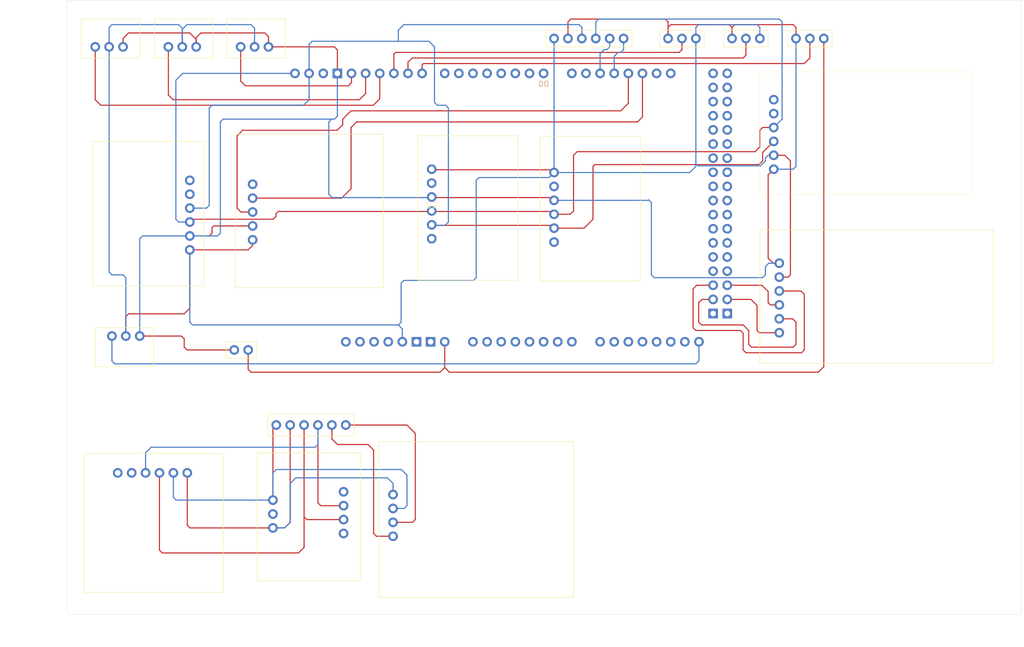
<source format=kicad_pcb>
(kicad_pcb (version 20240108) (generator "pcbnew") (generator_version "8.0")
  (layers (0 "F.Cu" signal) (31 "B.Cu" signal) (34 "B.Paste" user) (35 "F.Paste" user) (36 "B.SilkS" user "B.Silkscreen") (37 "F.SilkS" user "F.Silkscreen") (38 "B.Mask" user) (39 "F.Mask" user) (44 "Edge.Cuts" user))
  (net 0 "")
  (net 2 "Net-(A1-D53_CS)")
  (net 12 "Net-(U9-DATA)")
  (net 18 "Net-(U19-DATA)")
  (net 19 "Net-(A1-D17{slash}RX2)")
  (net 20 "Net-(U10-Vin)")
  (net 30 "Net-(U1-OUT)")
  (net 31 "Net-(A1-D16{slash}TX2)")
  (net 38 "Net-(U13-SCL)")
  (net 42 "Net-(A1-D50_MISO)")
  (net 48 "Net-(A1-D51_MOSI)")
  (net 55 "Net-(A1-D18{slash}TX1)")
  (net 56 "Net-(U20-DATA)")
  (net 66 "Net-(U13-SDA)")
  (net 73 "Net-(A1-PadD9)")
  (net 75 "Net-(A1-PadD10)")
  (net 77 "Net-(A1-D52_SCK)")
  (net 78 "Net-(A1-PadD8)")
  (net 80 "Net-(A1-D19{slash}RX1)")
  (net 81 "Net-(U10-DATA)")
  (net 90 "Net-(U5-SCL)")
  (net 91 "Net-(U5-VCC)")
  (net 93 "Net-(U5-GND)")
  (net 95 "Net-(U5-SDA)")
  (net 99 "Net-(U8-DOUT)")
  (net 100 "Net-(U8-DIN)")
  (net 103 "Net-(U10-GND)")
  (net 106 "Net-(U11-GND)")
  (footprint "TAFLab-Footprint-Library:XBeeBreakout" (layer "F.Cu") (at 97.05 128)
    (property "Reference" "U8" (hide yes))
    (property "Value" "~" (hide yes))
  )
  (footprint "PCM_arduino-library:Arduino_Mega2560_R3_Shield" (layer "F.Cu") (at 60.619 93.069237)
    (property "Reference" "A1" (hide yes))
    (property "Value" "Arduino_Mega2560_R3_Shield" (hide yes))
  )
  (footprint "TAFLab-Footprint-Library:INA219_BatteryPowerSensor" (layer "F.Cu") (at 60.5 57 180)
    (property "Reference" "U4" (hide yes))
    (property "Value" "~" (hide yes))
  )
  (footprint "TAFLab-Footprint-Library:DS18B20_Water_Temp_Sensor" (layer "F.Cu") (at 67.65 35.5 90)
    (property "Reference" "U20" (hide yes))
    (property "Value" "~" (hide yes))
  )
  (footprint "TAFLab-Footprint-Library:BME280_PHT" (layer "F.Cu") (at 50.05 100.6 -90)
    (property "Reference" "U6" (hide yes))
    (property "Value" "~" (hide yes))
  )
  (footprint "TAFLab-Footprint-Library:HW038_WaterLevelSensor" (layer "F.Cu") (at 36.5 90 -90)
    (property "Reference" "U9" (hide yes))
    (property "Value" "~" (hide yes))
  )
  (footprint "TAFLab-Footprint-Library:Top_Boat_PCB" (layer "F.Cu") (at 81.05 110.5)
    (property "Reference" "U12" (hide yes))
    (property "Value" "~" (hide yes))
  )
  (footprint "TAFLab-Footprint-Library:DS18B20_Water_Temp_Sensor" (layer "F.Cu") (at 54.5 35.5 90)
    (property "Reference" "U10" (hide yes))
    (property "Value" "~" (hide yes))
  )
  (footprint "TAFLab-Footprint-Library:VinArduinoConnector" (layer "F.Cu") (at 61 92 -90)
    (property "Reference" "U15" (hide yes))
    (property "Value" "~" (hide yes))
  )
  (footprint "TAFLab-Footprint-Library:MPU6050_IMU_Accelerometer" (layer "F.Cu") (at 125.5 76.1)
    (property "Reference" "U3" (hide yes))
    (property "Value" "~" (hide yes))
  )
  (footprint "TAFLab-Footprint-Library:DS18B20_Water_Temp_Sensor" (layer "F.Cu") (at 80.65 35.5 90)
    (property "Reference" "U19" (hide yes))
    (property "Value" "~" (hide yes))
  )
  (footprint "TAFLab-Footprint-Library:ActuatorConnector" (layer "F.Cu") (at 148 36 -90)
    (property "Reference" "U17" (hide yes))
    (property "Value" "~" (hide yes))
  )
  (footprint "TAFLab-Footprint-Library:SailWireConnector" (layer "F.Cu") (at 151 36 90)
    (property "Reference" "U18" (hide yes))
    (property "Value" "~" (hide yes))
  )
  (footprint "TAFLab-Footprint-Library:Micro_SD_Module" (layer "F.Cu") (at 166.5 96.4)
    (property "Reference" "U11" (hide yes))
    (property "Value" "~" (hide yes))
  )
  (footprint "TAFLab-Footprint-Library:HW84_DS3231_CLK_Module" (layer "F.Cu") (at 165.5 62)
    (property "Reference" "U13" (hide yes))
    (property "Value" "~" (hide yes))
  )
  (footprint "TAFLab-Footprint-Library:AS5600_Magnetic_Encoder_Windvane" (layer "F.Cu") (at 69.15 129)
    (property "Reference" "U5" (hide yes))
    (property "Value" "~" (hide yes))
  )
  (footprint "TAFLab-Footprint-Library:ActuatorConnector" (layer "F.Cu") (at 159.5 36 -90)
    (property "Reference" "U16" (hide yes))
    (property "Value" "~" (hide yes))
  )
  (footprint "TAFLab-Footprint-Library:LIS3MDL_Magnometer" (layer "F.Cu") (at 104 66.5)
    (property "Reference" "U2")
    (property "Value" "~")
  )
  (footprint "TAFLab-Footprint-Library:ActuatorConnector" (layer "F.Cu") (at 136.5 36 -90)
    (property "Reference" "U14" (hide yes))
    (property "Value" "~" (hide yes))
  )
  (footprint "TAFLab-Footprint-Library:GT-U7_GPS" (layer "F.Cu") (at 71.8 77.2)
    (property "Reference" "U7" (hide yes))
    (property "Value" "~" (hide yes))
  )
  (gr_rect (start 38.5 29.1) (end 210 139.5) (stroke (width 0.05)) (fill none) (layer "Edge.Cuts"))
  (segment (start 162.5 84) (end 161.409237 82.909237) (width 0.2) (layer "F.Cu") (net 2))
  (segment (start 162.9 88.9) (end 162.5 88.5) (width 0.2) (layer "F.Cu") (net 2))
  (segment (start 166.5 88.9) (end 162.9 88.9) (width 0.2) (layer "F.Cu") (net 2))
  (segment (start 162.5 88.5) (end 162.5 84) (width 0.2) (layer "F.Cu") (net 2))
  (segment (start 161.409237 82.909237) (end 157.139 82.909237) (width 0.2) (layer "F.Cu") (net 2))
  (segment (start 152.059 90.529237) (end 152.059 93.941) (width 0.2) (layer "B.Cu") (net 12))
  (segment (start 46.5 94) (end 46.5 89.5) (width 0.2) (layer "B.Cu") (net 12))
  (segment (start 151.5 94.5) (end 47 94.5) (width 0.2) (layer "B.Cu") (net 12))
  (segment (start 152.059 93.941) (end 151.5 94.5) (width 0.2) (layer "B.Cu") (net 12))
  (segment (start 47 94.5) (end 46.5 94) (width 0.2) (layer "B.Cu") (net 12))
  (segment (start 89 44.5) (end 89.575 43.925) (width 0.2) (layer "F.Cu") (net 18))
  (segment (start 70.5 44.5) (end 89 44.5) (width 0.2) (layer "F.Cu") (net 18))
  (segment (start 89.575 43.925) (end 89.575 42.269237) (width 0.2) (layer "F.Cu") (net 18))
  (segment (start 69.65 37.5) (end 69.65 43.65) (width 0.2) (layer "F.Cu") (net 18))
  (segment (start 69.65 43.65) (end 70.5 44.5) (width 0.2) (layer "F.Cu") (net 18))
  (segment (start 138.5 36) (end 138.5 38) (width 0.2) (layer "B.Cu") (net 19))
  (segment (start 136.819 39.181) (end 136.819 42.269237) (width 0.2) (layer "B.Cu") (net 19))
  (segment (start 138 38.5) (end 137.5 38.5) (width 0.2) (layer "B.Cu") (net 19))
  (segment (start 137.5 38.5) (end 136.819 39.181) (width 0.2) (layer "B.Cu") (net 19))
  (segment (start 138.5 38) (end 138 38.5) (width 0.2) (layer "B.Cu") (net 19))
  (segment (start 168.5 58) (end 167.5 57) (width 0.2) (layer "F.Cu") (net 20))
  (segment (start 168.5 78.5) (end 168.5 58) (width 0.2) (layer "F.Cu") (net 20))
  (segment (start 49 86) (end 49.5 85.5) (width 0.2) (layer "F.Cu") (net 20))
  (segment (start 71 74) (end 71.8 73.2) (width 0.2) (layer "F.Cu") (net 20))
  (segment (start 60.5 74) (end 71 74) (width 0.2) (layer "F.Cu") (net 20))
  (segment (start 166.5 78.9) (end 168.1 78.9) (width 0.2) (layer "F.Cu") (net 20))
  (segment (start 49 89.5) (end 49 86) (width 0.2) (layer "F.Cu") (net 20))
  (segment (start 168.1 78.9) (end 168.5 78.5) (width 0.2) (layer "F.Cu") (net 20))
  (segment (start 125.5 59.6) (end 126 60.1) (width 0.2) (layer "F.Cu") (net 20))
  (segment (start 60.5 84.5) (end 60.5 74) (width 0.2) (layer "F.Cu") (net 20))
  (segment (start 49.5 85.5) (end 59.5 85.5) (width 0.2) (layer "F.Cu") (net 20))
  (segment (start 71.8 73.2) (end 71.8 72.2) (width 0.2) (layer "F.Cu") (net 20))
  (segment (start 59.5 85.5) (end 60.5 84.5) (width 0.2) (layer "F.Cu") (net 20))
  (segment (start 167.5 57) (end 165.5 57) (width 0.2) (layer "F.Cu") (net 20))
  (segment (start 104 59.6) (end 125.5 59.6) (width 0.2) (layer "F.Cu") (net 20))
  (segment (start 152 33.5) (end 162.5 33.5) (width 0.2) (layer "B.Cu") (net 20))
  (segment (start 164.5 57) (end 164 57.5) (width 0.2) (layer "B.Cu") (net 20))
  (segment (start 151.5 36) (end 151.5 34) (width 0.2) (layer "B.Cu") (net 20))
  (segment (start 151.5 58.5) (end 151.5 59) (width 0.2) (layer "B.Cu") (net 20))
  (segment (start 46.5 78.5) (end 48.5 78.5) (width 0.2) (layer "B.Cu") (net 20))
  (segment (start 151.5 34) (end 152 33.5) (width 0.2) (layer "B.Cu") (net 20))
  (segment (start 112 79) (end 111.5 79.5) (width 0.2) (layer "B.Cu") (net 20))
  (segment (start 49 79) (end 49 89.5) (width 0.2) (layer "B.Cu") (net 20))
  (segment (start 46 37.5) (end 46 78) (width 0.2) (layer "B.Cu") (net 20))
  (segment (start 98.719 88.219) (end 98.719 90.529237) (width 0.2) (layer "B.Cu") (net 20))
  (segment (start 162.5 33.5) (end 163 34) (width 0.2) (layer "B.Cu") (net 20))
  (segment (start 59.15 34.15) (end 58.5 33.5) (width 0.2) (layer "B.Cu") (net 20))
  (segment (start 165.5 57) (end 164.5 57) (width 0.2) (layer "B.Cu") (net 20))
  (segment (start 125.1 61) (end 112.5 61) (width 0.2) (layer "B.Cu") (net 20))
  (segment (start 71.5 33.5) (end 60 33.5) (width 0.2) (layer "B.Cu") (net 20))
  (segment (start 163 34) (end 163 36) (width 0.2) (layer "B.Cu") (net 20))
  (segment (start 151.885637 58.885637) (end 151.5 58.5) (width 0.2) (layer "B.Cu") (net 20))
  (segment (start 72.15 34.15) (end 71.5 33.5) (width 0.2) (layer "B.Cu") (net 20))
  (segment (start 46 34) (end 46 37.5) (width 0.2) (layer "B.Cu") (net 20))
  (segment (start 111.5 79.5) (end 99 79.5) (width 0.2) (layer "B.Cu") (net 20))
  (segment (start 59.15 34.35) (end 59.15 37.5) (width 0.2) (layer "B.Cu") (net 20))
  (segment (start 151.5 36) (end 151.5 58.5) (width 0.2) (layer "B.Cu") (net 20))
  (segment (start 164 57.5) (end 164 58) (width 0.2) (layer "B.Cu") (net 20))
  (segment (start 150.4 60.1) (end 126 60.1) (width 0.2) (layer "B.Cu") (net 20))
  (segment (start 99 79.5) (end 98.5 80) (width 0.2) (layer "B.Cu") (net 20))
  (segment (start 72.15 37.5) (end 72.15 34.15) (width 0.2) (layer "B.Cu") (net 20))
  (segment (start 151.5 59) (end 150.4 60.1) (width 0.2) (layer "B.Cu") (net 20))
  (segment (start 112 61.5) (end 112 79) (width 0.2) (layer "B.Cu") (net 20))
  (segment (start 126 60.1) (end 125.1 61) (width 0.2) (layer "B.Cu") (net 20))
  (segment (start 58.5 33.5) (end 46.5 33.5) (width 0.2) (layer "B.Cu") (net 20))
  (segment (start 98.5 87) (end 98 87.5) (width 0.2) (layer "B.Cu") (net 20))
  (segment (start 60 33.5) (end 59.15 34.35) (width 0.2) (layer "B.Cu") (net 20))
  (segment (start 46.5 33.5) (end 46 34) (width 0.2) (layer "B.Cu") (net 20))
  (segment (start 60.5 74) (end 60.5 87) (width 0.2) (layer "B.Cu") (net 20))
  (segment (start 98.5 80) (end 98.5 87) (width 0.2) (layer "B.Cu") (net 20))
  (segment (start 59.15 37.5) (end 59.15 34.15) (width 0.2) (layer "B.Cu") (net 20))
  (segment (start 46 78) (end 46.5 78.5) (width 0.2) (layer "B.Cu") (net 20))
  (segment (start 60.5 87) (end 61 87.5) (width 0.2) (layer "B.Cu") (net 20))
  (segment (start 48.5 78.5) (end 49 79) (width 0.2) (layer "B.Cu") (net 20))
  (segment (start 98 87.5) (end 98.719 88.219) (width 0.2) (layer "B.Cu") (net 20))
  (segment (start 112.5 61) (end 112 61.5) (width 0.2) (layer "B.Cu") (net 20))
  (segment (start 61 87.5) (end 98 87.5) (width 0.2) (layer "B.Cu") (net 20))
  (segment (start 164 58) (end 163.114363 58.885637) (width 0.2) (layer "B.Cu") (net 20))
  (segment (start 163.114363 58.885637) (end 151.885637 58.885637) (width 0.2) (layer "B.Cu") (net 20))
  (segment (start 126 36) (end 126 60.1) (width 0.2) (layer "B.Cu") (net 20))
  (segment (start 105.5 96) (end 106.339 95.161) (width 0.2) (layer "F.Cu") (net 30))
  (segment (start 107.178 96) (end 106.339 95.161) (width 0.2) (layer "F.Cu") (net 30))
  (segment (start 174.5 95) (end 173.5 96) (width 0.2) (layer "F.Cu") (net 30))
  (segment (start 173.5 96) (end 107.178 96) (width 0.2) (layer "F.Cu") (net 30))
  (segment (start 106.339 95.161) (end 106.339 90.529237) (width 0.2) (layer "F.Cu") (net 30))
  (segment (start 71 95.5) (end 71.5 96) (width 0.2) (layer "F.Cu") (net 30))
  (segment (start 174.5 36) (end 174.5 95) (width 0.2) (layer "F.Cu") (net 30))
  (segment (start 71.5 96) (end 105.5 96) (width 0.2) (layer "F.Cu") (net 30))
  (segment (start 71 92) (end 71 95.5) (width 0.2) (layer "F.Cu") (net 30))
  (segment (start 136 36) (end 136 37.5) (width 0.2) (layer "B.Cu") (net 31))
  (segment (start 134.279 38.721) (end 134.279 42.269237) (width 0.2) (layer "B.Cu") (net 31))
  (segment (start 136 37.5) (end 135.5 38) (width 0.2) (layer "B.Cu") (net 31))
  (segment (start 135 38) (end 134.279 38.721) (width 0.2) (layer "B.Cu") (net 31))
  (segment (start 135.5 38) (end 135 38) (width 0.2) (layer "B.Cu") (net 31))
  (segment (start 129.5 67) (end 128.9 67.6) (width 0.2) (layer "F.Cu") (net 38))
  (segment (start 125.5 67.1) (end 126 67.6) (width 0.2) (layer "F.Cu") (net 38))
  (segment (start 129.5 57) (end 129.5 67) (width 0.2) (layer "F.Cu") (net 38))
  (segment (start 162.154363 56.345637) (end 130.154363 56.345637) (width 0.2) (layer "F.Cu") (net 38))
  (segment (start 163 55.5) (end 162.154363 56.345637) (width 0.2) (layer "F.Cu") (net 38))
  (segment (start 165.5 52) (end 163.5 52) (width 0.2) (layer "F.Cu") (net 38))
  (segment (start 76.4 67.1) (end 76 67.5) (width 0.2) (layer "F.Cu") (net 38))
  (segment (start 130.154363 56.345637) (end 129.5 57) (width 0.2) (layer "F.Cu") (net 38))
  (segment (start 75.5 68.5) (end 61 68.5) (width 0.2) (layer "F.Cu") (net 38))
  (segment (start 104 67.1) (end 76.4 67.1) (width 0.2) (layer "F.Cu") (net 38))
  (segment (start 104 67.1) (end 125.5 67.1) (width 0.2) (layer "F.Cu") (net 38))
  (segment (start 163.5 52) (end 163 52.5) (width 0.2) (layer "F.Cu") (net 38))
  (segment (start 128.9 67.6) (end 126 67.6) (width 0.2) (layer "F.Cu") (net 38))
  (segment (start 76 68) (end 75.5 68.5) (width 0.2) (layer "F.Cu") (net 38))
  (segment (start 61 68.5) (end 60.5 69) (width 0.2) (layer "F.Cu") (net 38))
  (segment (start 76 67.5) (end 76 68) (width 0.2) (layer "F.Cu") (net 38))
  (segment (start 163 52.5) (end 163 55.5) (width 0.2) (layer "F.Cu") (net 38))
  (segment (start 167 50.5) (end 165.5 52) (width 0.2) (layer "B.Cu") (net 38))
  (segment (start 58.5 69) (end 58 68.5) (width 0.2) (layer "B.Cu") (net 38))
  (segment (start 60.5 69) (end 58.5 69) (width 0.2) (layer "B.Cu") (net 38))
  (segment (start 167 33) (end 167 50.5) (width 0.2) (layer "B.Cu") (net 38))
  (segment (start 58 68.5) (end 58 43.5) (width 0.2) (layer "B.Cu") (net 38))
  (segment (start 133.5 33) (end 134 32.5) (width 0.2) (layer "B.Cu") (net 38))
  (segment (start 59.230763 42.269237) (end 79.415 42.269237) (width 0.2) (layer "B.Cu") (net 38))
  (segment (start 133.5 36) (end 133.5 33) (width 0.2) (layer "B.Cu") (net 38))
  (segment (start 166.5 32.5) (end 167 33) (width 0.2) (layer "B.Cu") (net 38))
  (segment (start 58 43.5) (end 59.230763 42.269237) (width 0.2) (layer "B.Cu") (net 38))
  (segment (start 134 32.5) (end 166.5 32.5) (width 0.2) (layer "B.Cu") (net 38))
  (segment (start 151 88) (end 151 81) (width 0.2) (layer "F.Cu") (net 42))
  (segment (start 171 92) (end 170.5 92.5) (width 0.2) (layer "F.Cu") (net 42))
  (segment (start 170.4 81.4) (end 171 82) (width 0.2) (layer "F.Cu") (net 42))
  (segment (start 151.5 88.5) (end 151 88) (width 0.2) (layer "F.Cu") (net 42))
  (segment (start 151 81) (end 151.630763 80.369237) (width 0.2) (layer "F.Cu") (net 42))
  (segment (start 151.630763 80.369237) (end 154.599 80.369237) (width 0.2) (layer "F.Cu") (net 42))
  (segment (start 171 82) (end 171 92) (width 0.2) (layer "F.Cu") (net 42))
  (segment (start 166.5 81.4) (end 170.4 81.4) (width 0.2) (layer "F.Cu") (net 42))
  (segment (start 160.5 92.5) (end 160 92) (width 0.2) (layer "F.Cu") (net 42))
  (segment (start 160 92) (end 160 89) (width 0.2) (layer "F.Cu") (net 42))
  (segment (start 160 89) (end 159.5 88.5) (width 0.2) (layer "F.Cu") (net 42))
  (segment (start 159.5 88.5) (end 151.5 88.5) (width 0.2) (layer "F.Cu") (net 42))
  (segment (start 170.5 92.5) (end 160.5 92.5) (width 0.2) (layer "F.Cu") (net 42))
  (segment (start 164.5 83.5) (end 164.5 81.5) (width 0.2) (layer "F.Cu") (net 48))
  (segment (start 164.5 81.5) (end 163.369237 80.369237) (width 0.2) (layer "F.Cu") (net 48))
  (segment (start 163.369237 80.369237) (end 157.139 80.369237) (width 0.2) (layer "F.Cu") (net 48))
  (segment (start 166.5 83.9) (end 164.9 83.9) (width 0.2) (layer "F.Cu") (net 48))
  (segment (start 164.9 83.9) (end 164.5 83.5) (width 0.2) (layer "F.Cu") (net 48))
  (segment (start 139.359 47.641) (end 139.359 42.269237) (width 0.2) (layer "F.Cu") (net 55))
  (segment (start 69 66.5) (end 69 53.5) (width 0.2) (layer "F.Cu") (net 55))
  (segment (start 88 50.5) (end 89.5 49) (width 0.2) (layer "F.Cu") (net 55))
  (segment (start 88 51.5) (end 88 50.5) (width 0.2) (layer "F.Cu") (net 55))
  (segment (start 69 53.5) (end 70 52.5) (width 0.2) (layer "F.Cu") (net 55))
  (segment (start 69.7 67.2) (end 69 66.5) (width 0.2) (layer "F.Cu") (net 55))
  (segment (start 138 49) (end 139.359 47.641) (width 0.2) (layer "F.Cu") (net 55))
  (segment (start 89.5 49) (end 138 49) (width 0.2) (layer "F.Cu") (net 55))
  (segment (start 87 52.5) (end 88 51.5) (width 0.2) (layer "F.Cu") (net 55))
  (segment (start 71.8 67.2) (end 69.7 67.2) (width 0.2) (layer "F.Cu") (net 55))
  (segment (start 70 52.5) (end 87 52.5) (width 0.2) (layer "F.Cu") (net 55))
  (segment (start 57.5 47) (end 91 47) (width 0.2) (layer "F.Cu") (net 56))
  (segment (start 56.65 46.15) (end 57.5 47) (width 0.2) (layer "F.Cu") (net 56))
  (segment (start 56.65 37.5) (end 56.65 46.15) (width 0.2) (layer "F.Cu") (net 56))
  (segment (start 92.115 45.885) (end 92.115 42.269237) (width 0.2) (layer "F.Cu") (net 56))
  (segment (start 91 47) (end 92.115 45.885) (width 0.2) (layer "F.Cu") (net 56))
  (segment (start 104 69.6) (end 125.5 69.6) (width 0.2) (layer "F.Cu") (net 66))
  (segment (start 133 59) (end 133 68.5) (width 0.2) (layer "F.Cu") (net 66))
  (segment (start 163.5 58) (end 162.827163 58.672837) (width 0.2) (layer "F.Cu") (net 66))
  (segment (start 125.5 69.6) (end 126 70.1) (width 0.2) (layer "F.Cu") (net 66))
  (segment (start 163.5 56.5) (end 163.5 58) (width 0.2) (layer "F.Cu") (net 66))
  (segment (start 133 68.5) (end 131.4 70.1) (width 0.2) (layer "F.Cu") (net 66))
  (segment (start 133.327163 58.672837) (end 133 59) (width 0.2) (layer "F.Cu") (net 66))
  (segment (start 131.4 70.1) (end 126 70.1) (width 0.2) (layer "F.Cu") (net 66))
  (segment (start 162.827163 58.672837) (end 133.327163 58.672837) (width 0.2) (layer "F.Cu") (net 66))
  (segment (start 165.5 54.5) (end 163.5 56.5) (width 0.2) (layer "F.Cu") (net 66))
  (segment (start 104.5 47.5) (end 104.5 37.5) (width 0.2) (layer "B.Cu") (net 66))
  (segment (start 63.5 66.5) (end 64 66) (width 0.2) (layer "B.Cu") (net 66))
  (segment (start 104 69.6) (end 106.4 69.6) (width 0.2) (layer "B.Cu") (net 66))
  (segment (start 99 33.5) (end 98 34.5) (width 0.2) (layer "B.Cu") (net 66))
  (segment (start 82.5 36.5) (end 81.955 37.045) (width 0.2) (layer "B.Cu") (net 66))
  (segment (start 106.5 48) (end 105 48) (width 0.2) (layer "B.Cu") (net 66))
  (segment (start 64 48.5) (end 64.5 48) (width 0.2) (layer "B.Cu") (net 66))
  (segment (start 98 36.5) (end 82.5 36.5) (width 0.2) (layer "B.Cu") (net 66))
  (segment (start 103.5 36.5) (end 98 36.5) (width 0.2) (layer "B.Cu") (net 66))
  (segment (start 64 66) (end 64 48.5) (width 0.2) (layer "B.Cu") (net 66))
  (segment (start 60.5 66.5) (end 63.5 66.5) (width 0.2) (layer "B.Cu") (net 66))
  (segment (start 80.954602 48) (end 81.955 46.999602) (width 0.2) (layer "B.Cu") (net 66))
  (segment (start 131 36) (end 131 34) (width 0.2) (layer "B.Cu") (net 66))
  (segment (start 130.5 33.5) (end 99 33.5) (width 0.2) (layer "B.Cu") (net 66))
  (segment (start 81.955 46.999602) (end 81.955 42.269237) (width 0.2) (layer "B.Cu") (net 66))
  (segment (start 98 34.5) (end 98 36.5) (width 0.2) (layer "B.Cu") (net 66))
  (segment (start 64.5 48) (end 80.954602 48) (width 0.2) (layer "B.Cu") (net 66))
  (segment (start 107 48.5) (end 106.5 48) (width 0.2) (layer "B.Cu") (net 66))
  (segment (start 104.5 37.5) (end 103.5 36.5) (width 0.2) (layer "B.Cu") (net 66))
  (segment (start 105 48) (end 104.5 47.5) (width 0.2) (layer "B.Cu") (net 66))
  (segment (start 81.955 37.045) (end 81.955 42.269237) (width 0.2) (layer "B.Cu") (net 66))
  (segment (start 106.4 69.6) (end 107 69) (width 0.2) (layer "B.Cu") (net 66))
  (segment (start 131 34) (end 130.5 33.5) (width 0.2) (layer "B.Cu") (net 66))
  (segment (start 107 69) (end 107 48.5) (width 0.2) (layer "B.Cu") (net 66))
  (segment (start 160 39.5) (end 100.5 39.5) (width 0.2) (layer "F.Cu") (net 73))
  (segment (start 99.735 40.265) (end 99.735 42.269237) (width 0.2) (layer "F.Cu") (net 73))
  (segment (start 160.5 36) (end 160.5 39) (width 0.2) (layer "F.Cu") (net 73))
  (segment (start 160.5 39) (end 160 39.5) (width 0.2) (layer "F.Cu") (net 73))
  (segment (start 100.5 39.5) (end 99.735 40.265) (width 0.2) (layer "F.Cu") (net 73))
  (segment (start 97.5 38.5) (end 97.195 38.805) (width 0.2) (layer "F.Cu") (net 75))
  (segment (start 97.195 38.805) (end 97.195 42.269237) (width 0.2) (layer "F.Cu") (net 75))
  (segment (start 149 38) (end 148.5 38.5) (width 0.2) (layer "F.Cu") (net 75))
  (segment (start 148.5 38.5) (end 97.5 38.5) (width 0.2) (layer "F.Cu") (net 75))
  (segment (start 149 36) (end 149 38) (width 0.2) (layer "F.Cu") (net 75))
  (segment (start 169 91.5) (end 169.5 91) (width 0.2) (layer "F.Cu") (net 77))
  (segment (start 161 88.5) (end 161 91) (width 0.2) (layer "F.Cu") (net 77))
  (segment (start 154.599 82.909237) (end 152.590763 82.909237) (width 0.2) (layer "F.Cu") (net 77))
  (segment (start 161 91) (end 161.5 91.5) (width 0.2) (layer "F.Cu") (net 77))
  (segment (start 161.5 91.5) (end 169 91.5) (width 0.2) (layer "F.Cu") (net 77))
  (segment (start 152.5 87.5) (end 160 87.5) (width 0.2) (layer "F.Cu") (net 77))
  (segment (start 169.5 91) (end 169.5 87) (width 0.2) (layer "F.Cu") (net 77))
  (segment (start 169.5 87) (end 168.9 86.4) (width 0.2) (layer "F.Cu") (net 77))
  (segment (start 152 83.5) (end 152 87) (width 0.2) (layer "F.Cu") (net 77))
  (segment (start 160 87.5) (end 161 88.5) (width 0.2) (layer "F.Cu") (net 77))
  (segment (start 168.9 86.4) (end 166.5 86.4) (width 0.2) (layer "F.Cu") (net 77))
  (segment (start 152 87) (end 152.5 87.5) (width 0.2) (layer "F.Cu") (net 77))
  (segment (start 152.590763 82.909237) (end 152 83.5) (width 0.2) (layer "F.Cu") (net 77))
  (segment (start 172 36) (end 172 39.5) (width 0.2) (layer "F.Cu") (net 78))
  (segment (start 102.5 40.5) (end 102.275 40.725) (width 0.2) (layer "F.Cu") (net 78))
  (segment (start 102.275 40.725) (end 102.275 42.269237) (width 0.2) (layer "F.Cu") (net 78))
  (segment (start 172 39.5) (end 171 40.5) (width 0.2) (layer "F.Cu") (net 78))
  (segment (start 171 40.5) (end 102.5 40.5) (width 0.2) (layer "F.Cu") (net 78))
  (segment (start 141.899 50.101) (end 141 51) (width 0.2) (layer "F.Cu") (net 80))
  (segment (start 87.8 64.7) (end 71.8 64.7) (width 0.2) (layer "F.Cu") (net 80))
  (segment (start 141 51) (end 90.5 51) (width 0.2) (layer "F.Cu") (net 80))
  (segment (start 141.899 42.269237) (end 141.899 50.101) (width 0.2) (layer "F.Cu") (net 80))
  (segment (start 89.5 63) (end 87.8 64.7) (width 0.2) (layer "F.Cu") (net 80))
  (segment (start 90.5 51) (end 89.5 52) (width 0.2) (layer "F.Cu") (net 80))
  (segment (start 89.5 52) (end 89.5 63) (width 0.2) (layer "F.Cu") (net 80))
  (segment (start 43.5 37.5) (end 43.5 47) (width 0.2) (layer "F.Cu") (net 81))
  (segment (start 44.5 48) (end 93.5 48) (width 0.2) (layer "F.Cu") (net 81))
  (segment (start 43.5 47) (end 44.5 48) (width 0.2) (layer "F.Cu") (net 81))
  (segment (start 93.5 48) (end 94.655 46.845) (width 0.2) (layer "F.Cu") (net 81))
  (segment (start 94.655 46.845) (end 94.655 42.269237) (width 0.2) (layer "F.Cu") (net 81))
  (segment (start 83.55 119.5) (end 83.55 105.5) (width 0.2) (layer "F.Cu") (net 90))
  (segment (start 84.05 120) (end 83.55 119.5) (width 0.2) (layer "F.Cu") (net 90))
  (segment (start 88.15 120) (end 84.05 120) (width 0.2) (layer "F.Cu") (net 90))
  (segment (start 83.05 109.5) (end 83.55 109) (width 0.2) (layer "B.Cu") (net 90))
  (segment (start 83.55 109) (end 83.55 105.5) (width 0.2) (layer "B.Cu") (net 90))
  (segment (start 52.55 114.1) (end 52.55 110.5) (width 0.2) (layer "B.Cu") (net 90))
  (segment (start 52.55 110.5) (end 53.55 109.5) (width 0.2) (layer "B.Cu") (net 90))
  (segment (start 53.55 109.5) (end 83.05 109.5) (width 0.2) (layer "B.Cu") (net 90))
  (segment (start 75.45 119) (end 75.45 106.1) (width 0.2) (layer "F.Cu") (net 91))
  (segment (start 75.45 106.1) (end 76.05 105.5) (width 0.2) (layer "F.Cu") (net 91))
  (segment (start 57.55 114.1) (end 57.55 118.5) (width 0.2) (layer "B.Cu") (net 91))
  (segment (start 76.05 113.5) (end 75.45 114.1) (width 0.2) (layer "B.Cu") (net 91))
  (segment (start 99.05 120.5) (end 99.55 120) (width 0.2) (layer "B.Cu") (net 91))
  (segment (start 57.55 118.5) (end 58.05 119) (width 0.2) (layer "B.Cu") (net 91))
  (segment (start 98.55 113.5) (end 76.05 113.5) (width 0.2) (layer "B.Cu") (net 91))
  (segment (start 99.55 120) (end 99.55 114.5) (width 0.2) (layer "B.Cu") (net 91))
  (segment (start 75.45 114.1) (end 75.45 119) (width 0.2) (layer "B.Cu") (net 91))
  (segment (start 58.05 119) (end 75.45 119) (width 0.2) (layer "B.Cu") (net 91))
  (segment (start 99.55 114.5) (end 98.55 113.5) (width 0.2) (layer "B.Cu") (net 91))
  (segment (start 97.05 120.5) (end 99.05 120.5) (width 0.2) (layer "B.Cu") (net 91))
  (segment (start 60.05 114.1) (end 60.05 123.5) (width 0.2) (layer "F.Cu") (net 93))
  (segment (start 60.05 123.5) (end 60.55 124) (width 0.2) (layer "F.Cu") (net 93))
  (segment (start 77.55 124) (end 78.55 123) (width 0.2) (layer "F.Cu") (net 93))
  (segment (start 78.55 123) (end 78.55 105.5) (width 0.2) (layer "F.Cu") (net 93))
  (segment (start 75.45 124) (end 77.55 124) (width 0.2) (layer "F.Cu") (net 93))
  (segment (start 60.55 124) (end 75.45 124) (width 0.2) (layer "F.Cu") (net 93))
  (segment (start 97.05 116) (end 96.05 115) (width 0.2) (layer "B.Cu") (net 93))
  (segment (start 79.55 115) (end 78.55 116) (width 0.2) (layer "B.Cu") (net 93))
  (segment (start 78.55 123) (end 77.55 124) (width 0.2) (layer "B.Cu") (net 93))
  (segment (start 96.05 115) (end 79.55 115) (width 0.2) (layer "B.Cu") (net 93))
  (segment (start 78.55 116) (end 78.55 123) (width 0.2) (layer "B.Cu") (net 93))
  (segment (start 77.55 124) (end 75.45 124) (width 0.2) (layer "B.Cu") (net 93))
  (segment (start 97.05 118) (end 97.05 116) (width 0.2) (layer "B.Cu") (net 93))
  (segment (start 55.05 114.1) (end 55.05 128) (width 0.2) (layer "F.Cu") (net 95))
  (segment (start 80.05 128.5) (end 81.05 127.5) (width 0.2) (layer "F.Cu") (net 95))
  (segment (start 55.55 128.5) (end 80.05 128.5) (width 0.2) (layer "F.Cu") (net 95))
  (segment (start 81.05 122) (end 81.05 105.5) (width 0.2) (layer "F.Cu") (net 95))
  (segment (start 88.15 122.5) (end 81.55 122.5) (width 0.2) (layer "F.Cu") (net 95))
  (segment (start 55.05 128) (end 55.55 128.5) (width 0.2) (layer "F.Cu") (net 95))
  (segment (start 81.05 127.5) (end 81.05 122) (width 0.2) (layer "F.Cu") (net 95))
  (segment (start 81.55 122.5) (end 81.05 122) (width 0.2) (layer "F.Cu") (net 95))
  (segment (start 97.05 123) (end 100.55 123) (width 0.2) (layer "F.Cu") (net 99))
  (segment (start 99.55 105.5) (end 88.55 105.5) (width 0.2) (layer "F.Cu") (net 99))
  (segment (start 101.05 122.5) (end 101.05 107) (width 0.2) (layer "F.Cu") (net 99))
  (segment (start 101.05 107) (end 99.55 105.5) (width 0.2) (layer "F.Cu") (net 99))
  (segment (start 100.55 123) (end 101.05 122.5) (width 0.2) (layer "F.Cu") (net 99))
  (segment (start 97.05 125.5) (end 94.05 125.5) (width 0.2) (layer "F.Cu") (net 100))
  (segment (start 87.05 109) (end 86.05 108) (width 0.2) (layer "F.Cu") (net 100))
  (segment (start 94.05 125.5) (end 93.55 125) (width 0.2) (layer "F.Cu") (net 100))
  (segment (start 92.55 109) (end 87.05 109) (width 0.2) (layer "F.Cu") (net 100))
  (segment (start 93.55 110) (end 92.55 109) (width 0.2) (layer "F.Cu") (net 100))
  (segment (start 93.55 125) (end 93.55 110) (width 0.2) (layer "F.Cu") (net 100))
  (segment (start 86.05 108) (end 86.05 105.5) (width 0.2) (layer "F.Cu") (net 100))
  (segment (start 61.65 36.15) (end 60.5 35) (width 0.2) (layer "F.Cu") (net 103))
  (segment (start 68.5 92) (end 60 92) (width 0.2) (layer "F.Cu") (net 103))
  (segment (start 129 32.5) (end 146 32.5) (width 0.2) (layer "F.Cu") (net 103))
  (segment (start 64.5 71) (end 64 71.5) (width 0.2) (layer "F.Cu") (net 103))
  (segment (start 64.5 70) (end 64.5 71) (width 0.2) (layer "F.Cu") (net 103))
  (segment (start 59.5 90) (end 59 89.5) (width 0.2) (layer "F.Cu") (net 103))
  (segment (start 146.5 36) (end 146.5 34) (width 0.2) (layer "F.Cu") (net 103))
  (segment (start 158 34) (end 158.5 33.5) (width 0.2) (layer "F.Cu") (net 103))
  (segment (start 49.5 35) (end 48.5 36) (width 0.2) (layer "F.Cu") (net 103))
  (segment (start 61.65 35.85) (end 61.65 37.5) (width 0.2) (layer "F.Cu") (net 103))
  (segment (start 61.65 37.5) (end 61.65 36.15) (width 0.2) (layer "F.Cu") (net 103))
  (segment (start 64 71.5) (end 60.5 71.5) (width 0.2) (layer "F.Cu") (net 103))
  (segment (start 128.5 36) (end 128.5 33) (width 0.2) (layer "F.Cu") (net 103))
  (segment (start 158.5 33.5) (end 169 33.5) (width 0.2) (layer "F.Cu") (net 103))
  (segment (start 59 89.5) (end 51.5 89.5) (width 0.2) (layer "F.Cu") (net 103))
  (segment (start 169.5 34) (end 169.5 36) (width 0.2) (layer "F.Cu") (net 103))
  (segment (start 164.5 60.5) (end 165.5 59.5) (width 0.2) (layer "F.Cu") (net 103))
  (segment (start 59.5 91.5) (end 59.5 90) (width 0.2) (layer "F.Cu") (net 103))
  (segment (start 74.65 37.5) (end 74.65 35.65) (width 0.2) (layer "F.Cu") (net 103))
  (segment (start 169 33.5) (end 169.5 34) (width 0.2) (layer "F.Cu") (net 103))
  (segment (start 166.5 76.4) (end 165.4 76.4) (width 0.2) (layer "F.Cu") (net 103))
  (segment (start 165.4 76.4) (end 164.5 75.5) (width 0.2) (layer "F.Cu") (net 103))
  (segment (start 87.035 38.035) (end 87.035 42.269237) (width 0.2) (layer "F.Cu") (net 103))
  (segment (start 48.5 36) (end 48.5 37.5) (width 0.2) (layer "F.Cu") (net 103))
  (segment (start 157.5 33.5) (end 158 34) (width 0.2) (layer "F.Cu") (net 103))
  (segment (start 125.5 64.6) (end 126 65.1) (width 0.2) (layer "F.Cu") (net 103))
  (segment (start 60 92) (end 59.5 91.5) (width 0.2) (layer "F.Cu") (net 103))
  (segment (start 71.8 69.7) (end 64.8 69.7) (width 0.2) (layer "F.Cu") (net 103))
  (segment (start 74.65 37.5) (end 86.5 37.5) (width 0.2) (layer "F.Cu") (net 103))
  (segment (start 146.5 34) (end 147 33.5) (width 0.2) (layer "F.Cu") (net 103))
  (segment (start 158 34) (end 158 36) (width 0.2) (layer "F.Cu") (net 103))
  (segment (start 146 32.5) (end 146.5 33) (width 0.2) (layer "F.Cu") (net 103))
  (segment (start 104 64.6) (end 125.5 64.6) (width 0.2) (layer "F.Cu") (net 103))
  (segment (start 64.8 69.7) (end 64.5 70) (width 0.2) (layer "F.Cu") (net 103))
  (segment (start 74.65 35.65) (end 74 35) (width 0.2) (layer "F.Cu") (net 103))
  (segment (start 74 35) (end 62.5 35) (width 0.2) (layer "F.Cu") (net 103))
  (segment (start 86.5 37.5) (end 87.035 38.035) (width 0.2) (layer "F.Cu") (net 103))
  (segment (start 147 33.5) (end 157.5 33.5) (width 0.2) (layer "F.Cu") (net 103))
  (segment (start 146.5 33) (end 146.5 36) (width 0.2) (layer "F.Cu") (net 103))
  (segment (start 62.5 35) (end 61.65 35.85) (width 0.2) (layer "F.Cu") (net 103))
  (segment (start 128.5 33) (end 129 32.5) (width 0.2) (layer "F.Cu") (net 103))
  (segment (start 60.5 35) (end 49.5 35) (width 0.2) (layer "F.Cu") (net 103))
  (segment (start 164.5 75.5) (end 164.5 60.5) (width 0.2) (layer "F.Cu") (net 103))
  (segment (start 169.5 59) (end 169 59.5) (width 0.2) (layer "B.Cu") (net 103))
  (segment (start 142.9 65.1) (end 126 65.1) (width 0.2) (layer "B.Cu") (net 103))
  (segment (start 143.5 78.5) (end 143.5 65.5) (width 0.2) (layer "B.Cu") (net 103))
  (segment (start 143 65) (end 142.9 65.1) (width 0.2) (layer "B.Cu") (net 103))
  (segment (start 52 71.5) (end 60.5 71.5) (width 0.2) (layer "B.Cu") (net 103))
  (segment (start 163.5 79) (end 144 79) (width 0.2) (layer "B.Cu") (net 103))
  (segment (start 164.6 76.4) (end 164 77) (width 0.2) (layer "B.Cu") (net 103))
  (segment (start 66 71) (end 66 51) (width 0.2) (layer "B.Cu") (net 103))
  (segment (start 169.5 36) (end 169.5 59) (width 0.2) (layer "B.Cu") (net 103))
  (segment (start 86.1 64.6) (end 85.5 64) (width 0.2) (layer "B.Cu") (net 103))
  (segment (start 66 51) (end 66.5 50.5) (width 0.2) (layer "B.Cu") (net 103))
  (segment (start 144 79) (end 143.5 78.5) (width 0.2) (layer "B.Cu") (net 103))
  (segment (start 51.5 89.5) (end 51.5 72) (width 0.2) (layer "B.Cu") (net 103))
  (segment (start 166.5 76.4) (end 164.6 76.4) (width 0.2) (layer "B.Cu") (net 103))
  (segment (start 87.035 49.965) (end 87.035 42.269237) (width 0.2) (layer "B.Cu") (net 103))
  (segment (start 51.5 72) (end 52 71.5) (width 0.2) (layer "B.Cu") (net 103))
  (segment (start 169 59.5) (end 165.5 59.5) (width 0.2) (layer "B.Cu") (net 103))
  (segment (start 66.5 50.5) (end 86 50.5) (width 0.2) (layer "B.Cu") (net 103))
  (segment (start 86.5 50.5) (end 87.035 49.965) (width 0.2) (layer "B.Cu") (net 103))
  (segment (start 164 77) (end 164 78.5) (width 0.2) (layer "B.Cu") (net 103))
  (segment (start 164 78.5) (end 163.5 79) (width 0.2) (layer "B.Cu") (net 103))
  (segment (start 85.5 51) (end 86 50.5) (width 0.2) (layer "B.Cu") (net 103))
  (segment (start 143.5 65.5) (end 143 65) (width 0.2) (layer "B.Cu") (net 103))
  (segment (start 85.5 64) (end 85.5 51) (width 0.2) (layer "B.Cu") (net 103))
  (segment (start 86 50.5) (end 86.5 50.5) (width 0.2) (layer "B.Cu") (net 103))
  (segment (start 104 64.6) (end 86.1 64.6) (width 0.2) (layer "B.Cu") (net 103))
  (segment (start 65.5 71.5) (end 66 71) (width 0.2) (layer "B.Cu") (net 103))
  (segment (start 60.5 71.5) (end 65.5 71.5) (width 0.2) (layer "B.Cu") (net 103))
)
</source>
